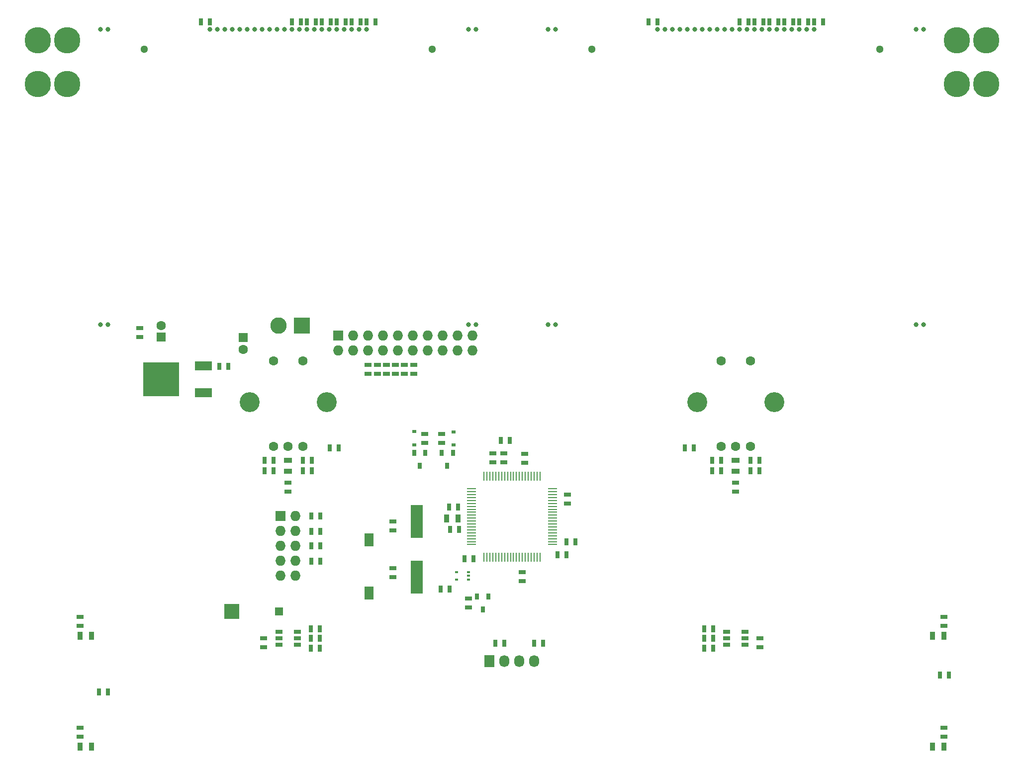
<source format=gts>
G04 #@! TF.FileFunction,Soldermask,Top*
%FSLAX46Y46*%
G04 Gerber Fmt 4.6, Leading zero omitted, Abs format (unit mm)*
G04 Created by KiCad (PCBNEW (2014-jul-16 BZR unknown)-product) date Sex 05 Dez 2014 13:25:39 BRST*
%MOMM*%
G01*
G04 APERTURE LIST*
%ADD10C,0.152400*%
%ADD11R,0.635000X1.143000*%
%ADD12R,1.600000X1.600000*%
%ADD13C,1.600000*%
%ADD14R,1.143000X0.635000*%
%ADD15C,4.500000*%
%ADD16R,0.685800X0.609600*%
%ADD17C,3.400000*%
%ADD18R,1.397000X0.889000*%
%ADD19R,0.889000X1.397000*%
%ADD20C,0.800000*%
%ADD21C,1.300000*%
%ADD22R,1.300000X0.700000*%
%ADD23R,1.727200X1.727200*%
%ADD24O,1.727200X1.727200*%
%ADD25R,2.794000X2.794000*%
%ADD26C,2.794000*%
%ADD27R,1.727200X2.032000*%
%ADD28O,1.727200X2.032000*%
%ADD29R,0.800100X1.000760*%
%ADD30R,1.600000X2.200000*%
%ADD31R,2.500000X2.500000*%
%ADD32R,1.400000X1.400000*%
%ADD33R,1.500000X0.280000*%
%ADD34R,0.280000X1.500000*%
%ADD35R,0.508000X0.304800*%
%ADD36R,6.197600X5.791200*%
%ADD37R,2.997200X1.600200*%
%ADD38R,2.108200X5.588000*%
G04 APERTURE END LIST*
D10*
D11*
X157488000Y-112190000D03*
X159012000Y-112190000D03*
X14263000Y-115075000D03*
X15787000Y-115075000D03*
D12*
X38800000Y-54680000D03*
D13*
X38800000Y-56680000D03*
D12*
X24900000Y-54600000D03*
D13*
X24900000Y-52600000D03*
D14*
X21225000Y-54587000D03*
X21225000Y-53063000D03*
D11*
X48637000Y-875000D03*
X47113000Y-875000D03*
X49663000Y-875000D03*
X51187000Y-875000D03*
X52213000Y-875000D03*
X53737000Y-875000D03*
X56287000Y-875000D03*
X54763000Y-875000D03*
X57313000Y-875000D03*
X58837000Y-875000D03*
X124837000Y-875000D03*
X123313000Y-875000D03*
X125863000Y-875000D03*
X127387000Y-875000D03*
X128413000Y-875000D03*
X129937000Y-875000D03*
D14*
X42350000Y-105888000D03*
X42350000Y-107412000D03*
D11*
X132487000Y-875000D03*
X130963000Y-875000D03*
X133513000Y-875000D03*
X135037000Y-875000D03*
D14*
X126850000Y-105888000D03*
X126850000Y-107412000D03*
X46500000Y-79413000D03*
X46500000Y-80937000D03*
D11*
X49013000Y-75550000D03*
X50537000Y-75550000D03*
X44012000Y-75550000D03*
X42488000Y-75550000D03*
D14*
X122700000Y-79413000D03*
X122700000Y-80937000D03*
D11*
X125213000Y-75600000D03*
X126737000Y-75600000D03*
X120187000Y-75550000D03*
X118663000Y-75550000D03*
D14*
X64325000Y-85988000D03*
X64325000Y-87512000D03*
X64325000Y-95462000D03*
X64325000Y-93938000D03*
D11*
X74002000Y-97500000D03*
X72478000Y-97500000D03*
X78062000Y-92325000D03*
X76538000Y-92325000D03*
X93838000Y-89425000D03*
X95362000Y-89425000D03*
D14*
X94075000Y-82937000D03*
X94075000Y-81413000D03*
X81350000Y-75937000D03*
X81350000Y-74413000D03*
X83220000Y-75937000D03*
X83220000Y-74413000D03*
D11*
X75387000Y-83550000D03*
X73863000Y-83550000D03*
D14*
X86775000Y-75962000D03*
X86775000Y-74438000D03*
X86350000Y-94613000D03*
X86350000Y-96137000D03*
D11*
X36337000Y-59550000D03*
X34813000Y-59550000D03*
D15*
X165360000Y-11500000D03*
X165360000Y-4000000D03*
X160360000Y-11500000D03*
X160360000Y-4000000D03*
X8840000Y-11500000D03*
X8840000Y-4000000D03*
X3840000Y-11500000D03*
X3840000Y-4000000D03*
D16*
X74625000Y-72957600D03*
X74625000Y-70722400D03*
X67925000Y-72942600D03*
X67925000Y-70707400D03*
D13*
X49000000Y-73170000D03*
X49000000Y-58670000D03*
X44000000Y-73170000D03*
X44000000Y-58670000D03*
X46500000Y-73170000D03*
D17*
X53100000Y-65670000D03*
X39900000Y-65670000D03*
D13*
X125200000Y-73170000D03*
X125200000Y-58670000D03*
X120200000Y-73170000D03*
X120200000Y-58670000D03*
X122700000Y-73170000D03*
D17*
X129300000Y-65670000D03*
X116100000Y-65670000D03*
D18*
X46500000Y-77452500D03*
X46500000Y-75547500D03*
X122700000Y-77452500D03*
X122700000Y-75547500D03*
D19*
X73472500Y-85450000D03*
X75377500Y-85450000D03*
D20*
X33165000Y-2150000D03*
X34435000Y-2150000D03*
X35705000Y-2150000D03*
X36975000Y-2150000D03*
X38245000Y-2150000D03*
X39515000Y-2150000D03*
X40785000Y-2150000D03*
X42055000Y-2150000D03*
X43325000Y-2150000D03*
X44595000Y-2150000D03*
X45865000Y-2150000D03*
X47135000Y-2150000D03*
X48405000Y-2150000D03*
X49675000Y-2150000D03*
X50945000Y-2150000D03*
X52215000Y-2150000D03*
X53485000Y-2150000D03*
X54755000Y-2150000D03*
X56025000Y-2150000D03*
X57295000Y-2150000D03*
X58565000Y-2150000D03*
X59835000Y-2150000D03*
X14525000Y-2150000D03*
X15775000Y-2150000D03*
X78475000Y-2150000D03*
X77225000Y-2150000D03*
X78475000Y-52450000D03*
X77225000Y-52450000D03*
X14525000Y-52450000D03*
X15775000Y-52450000D03*
D21*
X22000000Y-5600000D03*
X71000000Y-5600000D03*
D20*
X109365000Y-2150000D03*
X110635000Y-2150000D03*
X111905000Y-2150000D03*
X113175000Y-2150000D03*
X114445000Y-2150000D03*
X115715000Y-2150000D03*
X116985000Y-2150000D03*
X118255000Y-2150000D03*
X119525000Y-2150000D03*
X120795000Y-2150000D03*
X122065000Y-2150000D03*
X123335000Y-2150000D03*
X124605000Y-2150000D03*
X125875000Y-2150000D03*
X127145000Y-2150000D03*
X128415000Y-2150000D03*
X129685000Y-2150000D03*
X130955000Y-2150000D03*
X132225000Y-2150000D03*
X133495000Y-2150000D03*
X134765000Y-2150000D03*
X136035000Y-2150000D03*
X90725000Y-2150000D03*
X91975000Y-2150000D03*
X154675000Y-2150000D03*
X153425000Y-2150000D03*
X154675000Y-52450000D03*
X153425000Y-52450000D03*
X90725000Y-52450000D03*
X91975000Y-52450000D03*
D21*
X98200000Y-5600000D03*
X147200000Y-5600000D03*
D22*
X48050000Y-106990000D03*
X48050000Y-105890000D03*
X48050000Y-104790000D03*
X44950000Y-104790000D03*
X44950000Y-105890000D03*
X44950000Y-106990000D03*
X121150000Y-104790000D03*
X121150000Y-105890000D03*
X121150000Y-106990000D03*
X124250000Y-106990000D03*
X124250000Y-105890000D03*
X124250000Y-104790000D03*
D19*
X13002500Y-105430000D03*
X11097500Y-105430000D03*
X13002500Y-124340000D03*
X11097500Y-124340000D03*
X156197500Y-105430000D03*
X158102500Y-105430000D03*
X156197500Y-124340000D03*
X158102500Y-124340000D03*
D23*
X55045000Y-54330000D03*
D24*
X55045000Y-56870000D03*
X57585000Y-54330000D03*
X57585000Y-56870000D03*
X60125000Y-54330000D03*
X60125000Y-56870000D03*
X62665000Y-54330000D03*
X62665000Y-56870000D03*
X65205000Y-54330000D03*
X65205000Y-56870000D03*
X67745000Y-54330000D03*
X67745000Y-56870000D03*
X70285000Y-54330000D03*
X70285000Y-56870000D03*
X72825000Y-54330000D03*
X72825000Y-56870000D03*
X75365000Y-54330000D03*
X75365000Y-56870000D03*
X77905000Y-54330000D03*
X77905000Y-56870000D03*
D25*
X48801200Y-52650000D03*
D26*
X44838800Y-52650000D03*
D27*
X80790000Y-109800000D03*
D28*
X83330000Y-109800000D03*
X85870000Y-109800000D03*
X88410000Y-109800000D03*
D23*
X45230000Y-85095000D03*
D24*
X47770000Y-85095000D03*
X45230000Y-87635000D03*
X47770000Y-87635000D03*
X45230000Y-90175000D03*
X47770000Y-90175000D03*
X45230000Y-92715000D03*
X47770000Y-92715000D03*
X45230000Y-95255000D03*
X47770000Y-95255000D03*
D29*
X73585000Y-76524820D03*
X72632500Y-74325180D03*
X74537500Y-74325180D03*
X68880000Y-76529820D03*
X67927500Y-74330180D03*
X69832500Y-74330180D03*
D14*
X72650000Y-71063000D03*
X72650000Y-72587000D03*
X61665000Y-59338000D03*
X61665000Y-60862000D03*
X69750000Y-71063000D03*
X69750000Y-72587000D03*
X60115000Y-59338000D03*
X60115000Y-60862000D03*
X11100000Y-103772000D03*
X11100000Y-102248000D03*
X11090000Y-122692000D03*
X11090000Y-121168000D03*
X158100000Y-103792000D03*
X158100000Y-102268000D03*
X158100000Y-122692000D03*
X158100000Y-121168000D03*
X67865000Y-60862000D03*
X67865000Y-59338000D03*
X66315000Y-60862000D03*
X66315000Y-59338000D03*
X64765000Y-60862000D03*
X64765000Y-59338000D03*
X63215000Y-60862000D03*
X63215000Y-59338000D03*
D11*
X31638000Y-875000D03*
X33162000Y-875000D03*
X50388000Y-107550000D03*
X51912000Y-107550000D03*
X50388000Y-105900000D03*
X51912000Y-105900000D03*
X50388000Y-104250000D03*
X51912000Y-104250000D03*
X107838000Y-875000D03*
X109362000Y-875000D03*
X118812000Y-104250000D03*
X117288000Y-104250000D03*
X118812000Y-105900000D03*
X117288000Y-105900000D03*
X118812000Y-107550000D03*
X117288000Y-107550000D03*
X49013000Y-77350000D03*
X50537000Y-77350000D03*
X55137000Y-73475000D03*
X53613000Y-73475000D03*
X44012000Y-77375000D03*
X42488000Y-77375000D03*
X81808000Y-106700000D03*
X83332000Y-106700000D03*
X89932000Y-106700000D03*
X88408000Y-106700000D03*
X125213000Y-77375000D03*
X126737000Y-77375000D03*
X114058000Y-73480000D03*
X115582000Y-73480000D03*
X120187000Y-77375000D03*
X118663000Y-77375000D03*
X74038000Y-87350000D03*
X75562000Y-87350000D03*
D14*
X77200000Y-100637000D03*
X77200000Y-99113000D03*
D11*
X93837000Y-91700000D03*
X92313000Y-91700000D03*
X82688000Y-72200000D03*
X84212000Y-72200000D03*
X51937000Y-87650000D03*
X50413000Y-87650000D03*
X51937000Y-85100000D03*
X50413000Y-85100000D03*
X51937000Y-90175000D03*
X50413000Y-90175000D03*
X51937000Y-92725000D03*
X50413000Y-92725000D03*
X61387000Y-875000D03*
X59863000Y-875000D03*
X137587000Y-875000D03*
X136063000Y-875000D03*
D30*
X60250000Y-98200000D03*
X60250000Y-89100000D03*
D31*
X36900000Y-101300000D03*
D32*
X44930000Y-101320000D03*
D33*
X77700000Y-80425000D03*
X77700000Y-80925000D03*
X77700000Y-81425000D03*
X77700000Y-81925000D03*
X77700000Y-82425000D03*
X77700000Y-82925000D03*
X77700000Y-83425000D03*
X77700000Y-83925000D03*
X77700000Y-84425000D03*
X77700000Y-84925000D03*
X77700000Y-85425000D03*
X77700000Y-85925000D03*
X77700000Y-86425000D03*
X77700000Y-86925000D03*
X77700000Y-87425000D03*
X77700000Y-87925000D03*
X77700000Y-88425000D03*
X77700000Y-88925000D03*
X77700000Y-89425000D03*
X77700000Y-89925000D03*
D34*
X79850000Y-92075000D03*
X80350000Y-92075000D03*
X80850000Y-92075000D03*
X81350000Y-92075000D03*
X81850000Y-92075000D03*
X82350000Y-92075000D03*
X82850000Y-92075000D03*
X83350000Y-92075000D03*
X83850000Y-92075000D03*
X84350000Y-92075000D03*
X84850000Y-92075000D03*
X85350000Y-92075000D03*
X85850000Y-92075000D03*
X86350000Y-92075000D03*
X86850000Y-92075000D03*
X87350000Y-92075000D03*
X87850000Y-92075000D03*
X88350000Y-92075000D03*
X88850000Y-92075000D03*
X89350000Y-92075000D03*
D33*
X91500000Y-89925000D03*
X91500000Y-89425000D03*
X91500000Y-88925000D03*
X91500000Y-88425000D03*
X91500000Y-87925000D03*
X91500000Y-87425000D03*
X91500000Y-86925000D03*
X91500000Y-86425000D03*
X91500000Y-85925000D03*
X91500000Y-85425000D03*
X91500000Y-84925000D03*
X91500000Y-84425000D03*
X91500000Y-83925000D03*
X91500000Y-83425000D03*
X91500000Y-82925000D03*
X91500000Y-82425000D03*
X91500000Y-81925000D03*
X91500000Y-81425000D03*
X91500000Y-80925000D03*
X91500000Y-80425000D03*
D34*
X89350000Y-78275000D03*
X88850000Y-78275000D03*
X88350000Y-78275000D03*
X87850000Y-78275000D03*
X87350000Y-78275000D03*
X86850000Y-78275000D03*
X86350000Y-78275000D03*
X85850000Y-78275000D03*
X85350000Y-78275000D03*
X84850000Y-78275000D03*
X84350000Y-78275000D03*
X83850000Y-78275000D03*
X83350000Y-78275000D03*
X82850000Y-78275000D03*
X82350000Y-78275000D03*
X81850000Y-78275000D03*
X81350000Y-78275000D03*
X80850000Y-78275000D03*
X80350000Y-78275000D03*
X79850000Y-78275000D03*
D29*
X79625000Y-100974820D03*
X78672500Y-98775180D03*
X80577500Y-98775180D03*
D35*
X77191000Y-95860000D03*
X77191000Y-94590000D03*
X75159000Y-95860000D03*
X77191000Y-95225000D03*
X75159000Y-94590000D03*
D36*
X24906000Y-61800000D03*
D37*
X32094200Y-64086000D03*
X32094200Y-59514000D03*
D38*
X68390000Y-95479800D03*
X68390000Y-85980200D03*
M02*

</source>
